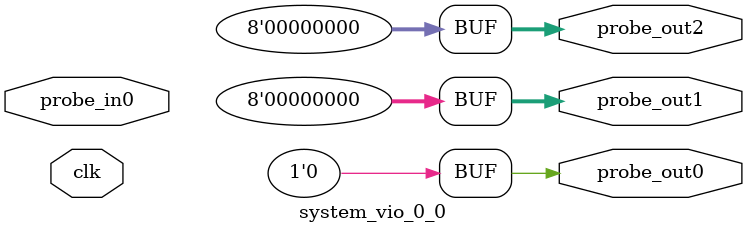
<source format=v>
`timescale 1ns / 1ps
module system_vio_0_0 (
clk,
probe_in0,
probe_out0,
probe_out1,
probe_out2
);

input clk;
input [8 : 0] probe_in0;

output reg [0 : 0] probe_out0 = 'h0 ;
output reg [7 : 0] probe_out1 = 'h00 ;
output reg [7 : 0] probe_out2 = 'h00 ;


endmodule

</source>
